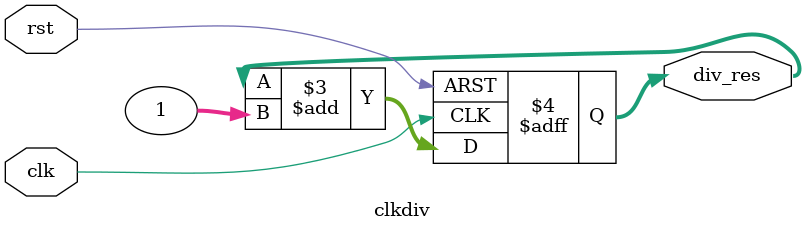
<source format=v>
module clkdiv(
    input             clk,
    input             rst, // Active-high
    output reg [31:0] div_res
);
    always @(posedge clk or posedge rst) begin    
        if(rst == 1'b1) begin
            div_res <= 32'b0;
        end 
        else begin
            div_res <= div_res + 32'b1;  // Increase `div_res` by 1
        end
    end

endmodule
</source>
